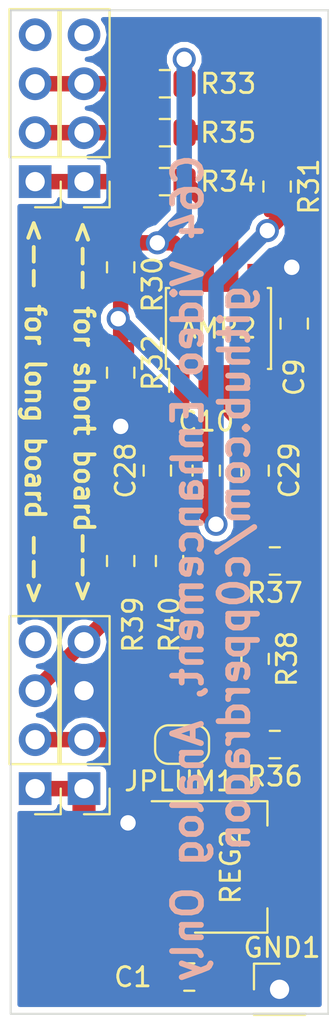
<source format=kicad_pcb>
(kicad_pcb (version 20171130) (host pcbnew "(5.0.0)")

  (general
    (thickness 1.6)
    (drawings 7)
    (tracks 97)
    (zones 0)
    (modules 24)
    (nets 23)
  )

  (page A4)
  (layers
    (0 F.Cu signal)
    (31 B.Cu signal)
    (32 B.Adhes user)
    (33 F.Adhes user)
    (34 B.Paste user)
    (35 F.Paste user)
    (36 B.SilkS user)
    (37 F.SilkS user)
    (38 B.Mask user)
    (39 F.Mask user)
    (40 Dwgs.User user)
    (41 Cmts.User user)
    (42 Eco1.User user)
    (43 Eco2.User user)
    (44 Edge.Cuts user)
    (45 Margin user)
    (46 B.CrtYd user)
    (47 F.CrtYd user)
    (48 B.Fab user)
    (49 F.Fab user)
  )

  (setup
    (last_trace_width 0.25)
    (user_trace_width 0.5)
    (user_trace_width 0.8)
    (user_trace_width 1.2)
    (trace_clearance 0.2)
    (zone_clearance 0.3)
    (zone_45_only no)
    (trace_min 0.2)
    (segment_width 0.2)
    (edge_width 0.1)
    (via_size 0.6)
    (via_drill 0.4)
    (via_min_size 0.4)
    (via_min_drill 0.3)
    (user_via 1.2 0.8)
    (user_via 5 4)
    (uvia_size 0.3)
    (uvia_drill 0.1)
    (uvias_allowed no)
    (uvia_min_size 0.2)
    (uvia_min_drill 0.1)
    (pcb_text_width 0.3)
    (pcb_text_size 1.5 1.5)
    (mod_edge_width 0.15)
    (mod_text_size 1 1)
    (mod_text_width 0.15)
    (pad_size 1.5 1.5)
    (pad_drill 0.6)
    (pad_to_mask_clearance 0)
    (aux_axis_origin 0 0)
    (visible_elements 7FFDFFFF)
    (pcbplotparams
      (layerselection 0x010f0_ffffffff)
      (usegerberextensions false)
      (usegerberattributes false)
      (usegerberadvancedattributes false)
      (creategerberjobfile false)
      (excludeedgelayer true)
      (linewidth 0.100000)
      (plotframeref false)
      (viasonmask false)
      (mode 1)
      (useauxorigin false)
      (hpglpennumber 1)
      (hpglpenspeed 20)
      (hpglpendiameter 15.000000)
      (psnegative false)
      (psa4output false)
      (plotreference true)
      (plotvalue true)
      (plotinvisibletext false)
      (padsonsilk false)
      (subtractmaskfromsilk false)
      (outputformat 1)
      (mirror false)
      (drillshape 0)
      (scaleselection 1)
      (outputdirectory "gerber/"))
  )

  (net 0 "")
  (net 1 "Net-(AMP2-Pad1)")
  (net 2 "Net-(AMP2-Pad2)")
  (net 3 "Net-(AMP2-Pad3)")
  (net 4 /3V3X)
  (net 5 "Net-(AMP2-Pad8)")
  (net 6 "Net-(AMP2-Pad7)")
  (net 7 "Net-(AMP2-Pad6)")
  (net 8 +12V)
  (net 9 "Net-(C10-Pad2)")
  (net 10 "Net-(C28-Pad1)")
  (net 11 "Net-(C29-Pad1)")
  (net 12 /CHROMA_OUT)
  (net 13 /COMPOSITE_OUT)
  (net 14 /LUMA_OUT)
  (net 15 /LUMA_IN)
  (net 16 "Net-(REG2-Pad2)")
  (net 17 /CARRIER_SELECTOR)
  (net 18 /CHROMA_IN)
  (net 19 /AUDIO_IN)
  (net 20 GNDA)
  (net 21 "Net-(JPLUM1-Pad1)")
  (net 22 "Net-(RFCONC1-Pad4)")

  (net_class Default "Dies ist die voreingestellte Netzklasse."
    (clearance 0.2)
    (trace_width 0.25)
    (via_dia 0.6)
    (via_drill 0.4)
    (uvia_dia 0.3)
    (uvia_drill 0.1)
    (add_net /AUDIO_IN)
    (add_net /CARRIER_SELECTOR)
    (add_net /CHROMA_IN)
    (add_net /CHROMA_OUT)
    (add_net /COMPOSITE_OUT)
    (add_net /LUMA_IN)
    (add_net /LUMA_OUT)
    (add_net GNDA)
    (add_net "Net-(AMP2-Pad1)")
    (add_net "Net-(AMP2-Pad2)")
    (add_net "Net-(AMP2-Pad3)")
    (add_net "Net-(AMP2-Pad6)")
    (add_net "Net-(AMP2-Pad7)")
    (add_net "Net-(AMP2-Pad8)")
    (add_net "Net-(C10-Pad2)")
    (add_net "Net-(C28-Pad1)")
    (add_net "Net-(C29-Pad1)")
    (add_net "Net-(JPLUM1-Pad1)")
    (add_net "Net-(REG2-Pad2)")
    (add_net "Net-(RFCONC1-Pad4)")
  )

  (net_class power ""
    (clearance 0.2)
    (trace_width 0.5)
    (via_dia 1.2)
    (via_drill 0.8)
    (uvia_dia 0.3)
    (uvia_drill 0.1)
    (add_net +12V)
    (add_net /3V3X)
  )

  (module Connector_PinHeader_2.54mm:PinHeader_1x04_P2.54mm_Vertical (layer F.Cu) (tedit 5DF0031D) (tstamp 5DF006C8)
    (at 105.41 71.12 180)
    (descr "Through hole straight pin header, 1x04, 2.54mm pitch, single row")
    (tags "Through hole pin header THT 1x04 2.54mm single row")
    (path /5C407F29)
    (fp_text reference RFCON1 (at 4.064 4.572 270) (layer F.SilkS) hide
      (effects (font (size 1 1) (thickness 0.15)))
    )
    (fp_text value Conn_01x04 (at 0 9.95 180) (layer F.Fab)
      (effects (font (size 1 1) (thickness 0.15)))
    )
    (fp_text user %R (at 4.064 4.572 270) (layer F.Fab) hide
      (effects (font (size 1 1) (thickness 0.15)))
    )
    (fp_line (start 1.8 -1.8) (end -1.8 -1.8) (layer F.CrtYd) (width 0.05))
    (fp_line (start 1.8 9.4) (end 1.8 -1.8) (layer F.CrtYd) (width 0.05))
    (fp_line (start -1.8 9.4) (end 1.8 9.4) (layer F.CrtYd) (width 0.05))
    (fp_line (start -1.8 -1.8) (end -1.8 9.4) (layer F.CrtYd) (width 0.05))
    (fp_line (start -1.33 -1.33) (end 0 -1.33) (layer F.SilkS) (width 0.12))
    (fp_line (start -1.33 0) (end -1.33 -1.33) (layer F.SilkS) (width 0.12))
    (fp_line (start -1.33 1.27) (end 1.33 1.27) (layer F.SilkS) (width 0.12))
    (fp_line (start 1.33 1.27) (end 1.33 8.95) (layer F.SilkS) (width 0.12))
    (fp_line (start -1.33 1.27) (end -1.33 8.95) (layer F.SilkS) (width 0.12))
    (fp_line (start -1.33 8.95) (end 1.33 8.95) (layer F.SilkS) (width 0.12))
    (fp_line (start -1.27 -0.635) (end -0.635 -1.27) (layer F.Fab) (width 0.1))
    (fp_line (start -1.27 8.89) (end -1.27 -0.635) (layer F.Fab) (width 0.1))
    (fp_line (start 1.27 8.89) (end -1.27 8.89) (layer F.Fab) (width 0.1))
    (fp_line (start 1.27 -1.27) (end 1.27 8.89) (layer F.Fab) (width 0.1))
    (fp_line (start -0.635 -1.27) (end 1.27 -1.27) (layer F.Fab) (width 0.1))
    (pad 4 thru_hole oval (at 0 7.62 180) (size 1.7 1.7) (drill 1) (layers *.Cu *.Mask)
      (net 17 /CARRIER_SELECTOR))
    (pad 3 thru_hole oval (at 0 5.08 180) (size 1.7 1.7) (drill 1) (layers *.Cu *.Mask)
      (net 12 /CHROMA_OUT))
    (pad 2 thru_hole oval (at 0 2.54 180) (size 1.7 1.7) (drill 1) (layers *.Cu *.Mask)
      (net 14 /LUMA_OUT))
    (pad 1 thru_hole rect (at 0 0 180) (size 1.7 1.7) (drill 1) (layers *.Cu *.Mask)
      (net 13 /COMPOSITE_OUT))
  )

  (module Connector_PinHeader_2.54mm:PinHeader_1x04_P2.54mm_Vertical (layer F.Cu) (tedit 5DF0032B) (tstamp 5C25D9D2)
    (at 105.41 102.616 180)
    (descr "Through hole straight pin header, 1x04, 2.54mm pitch, single row")
    (tags "Through hole pin header THT 1x04 2.54mm single row")
    (path /5C4081E0)
    (fp_text reference RFCON2 (at 3.81 4.826 270) (layer F.SilkS) hide
      (effects (font (size 1 1) (thickness 0.15)))
    )
    (fp_text value Conn_01x04 (at 0 9.95 180) (layer F.Fab)
      (effects (font (size 1 1) (thickness 0.15)))
    )
    (fp_line (start -0.635 -1.27) (end 1.27 -1.27) (layer F.Fab) (width 0.1))
    (fp_line (start 1.27 -1.27) (end 1.27 8.89) (layer F.Fab) (width 0.1))
    (fp_line (start 1.27 8.89) (end -1.27 8.89) (layer F.Fab) (width 0.1))
    (fp_line (start -1.27 8.89) (end -1.27 -0.635) (layer F.Fab) (width 0.1))
    (fp_line (start -1.27 -0.635) (end -0.635 -1.27) (layer F.Fab) (width 0.1))
    (fp_line (start -1.33 8.95) (end 1.33 8.95) (layer F.SilkS) (width 0.12))
    (fp_line (start -1.33 1.27) (end -1.33 8.95) (layer F.SilkS) (width 0.12))
    (fp_line (start 1.33 1.27) (end 1.33 8.95) (layer F.SilkS) (width 0.12))
    (fp_line (start -1.33 1.27) (end 1.33 1.27) (layer F.SilkS) (width 0.12))
    (fp_line (start -1.33 0) (end -1.33 -1.33) (layer F.SilkS) (width 0.12))
    (fp_line (start -1.33 -1.33) (end 0 -1.33) (layer F.SilkS) (width 0.12))
    (fp_line (start -1.8 -1.8) (end -1.8 9.4) (layer F.CrtYd) (width 0.05))
    (fp_line (start -1.8 9.4) (end 1.8 9.4) (layer F.CrtYd) (width 0.05))
    (fp_line (start 1.8 9.4) (end 1.8 -1.8) (layer F.CrtYd) (width 0.05))
    (fp_line (start 1.8 -1.8) (end -1.8 -1.8) (layer F.CrtYd) (width 0.05))
    (fp_text user %R (at 3.81 4.826 270) (layer F.Fab) hide
      (effects (font (size 1 1) (thickness 0.15)))
    )
    (pad 1 thru_hole rect (at 0 0 180) (size 1.7 1.7) (drill 1) (layers *.Cu *.Mask)
      (net 8 +12V))
    (pad 2 thru_hole oval (at 0 2.54 180) (size 1.7 1.7) (drill 1) (layers *.Cu *.Mask)
      (net 15 /LUMA_IN))
    (pad 3 thru_hole oval (at 0 5.08 180) (size 1.7 1.7) (drill 1) (layers *.Cu *.Mask)
      (net 18 /CHROMA_IN))
    (pad 4 thru_hole oval (at 0 7.62 180) (size 1.7 1.7) (drill 1) (layers *.Cu *.Mask)
      (net 19 /AUDIO_IN))
  )

  (module Connector_PinHeader_2.54mm:PinHeader_1x04_P2.54mm_Vertical (layer F.Cu) (tedit 5DF0030D) (tstamp 5C22A92F)
    (at 107.95 71.12 180)
    (descr "Through hole straight pin header, 1x04, 2.54mm pitch, single row")
    (tags "Through hole pin header THT 1x04 2.54mm single row")
    (path /5C1AE2CA)
    (fp_text reference RFCONC1 (at 5.08 4.572 270) (layer F.SilkS) hide
      (effects (font (size 1 1) (thickness 0.15)))
    )
    (fp_text value Conn_01x04 (at 0 9.95 180) (layer F.Fab)
      (effects (font (size 1 1) (thickness 0.15)))
    )
    (fp_line (start -0.635 -1.27) (end 1.27 -1.27) (layer F.Fab) (width 0.1))
    (fp_line (start 1.27 -1.27) (end 1.27 8.89) (layer F.Fab) (width 0.1))
    (fp_line (start 1.27 8.89) (end -1.27 8.89) (layer F.Fab) (width 0.1))
    (fp_line (start -1.27 8.89) (end -1.27 -0.635) (layer F.Fab) (width 0.1))
    (fp_line (start -1.27 -0.635) (end -0.635 -1.27) (layer F.Fab) (width 0.1))
    (fp_line (start -1.33 8.95) (end 1.33 8.95) (layer F.SilkS) (width 0.12))
    (fp_line (start -1.33 1.27) (end -1.33 8.95) (layer F.SilkS) (width 0.12))
    (fp_line (start 1.33 1.27) (end 1.33 8.95) (layer F.SilkS) (width 0.12))
    (fp_line (start -1.33 1.27) (end 1.33 1.27) (layer F.SilkS) (width 0.12))
    (fp_line (start -1.33 0) (end -1.33 -1.33) (layer F.SilkS) (width 0.12))
    (fp_line (start -1.33 -1.33) (end 0 -1.33) (layer F.SilkS) (width 0.12))
    (fp_line (start -1.8 -1.8) (end -1.8 9.4) (layer F.CrtYd) (width 0.05))
    (fp_line (start -1.8 9.4) (end 1.8 9.4) (layer F.CrtYd) (width 0.05))
    (fp_line (start 1.8 9.4) (end 1.8 -1.8) (layer F.CrtYd) (width 0.05))
    (fp_line (start 1.8 -1.8) (end -1.8 -1.8) (layer F.CrtYd) (width 0.05))
    (fp_text user %R (at 5.08 4.572 270) (layer F.Fab) hide
      (effects (font (size 1 1) (thickness 0.15)))
    )
    (pad 1 thru_hole rect (at 0 0 180) (size 1.7 1.7) (drill 1) (layers *.Cu *.Mask)
      (net 13 /COMPOSITE_OUT))
    (pad 2 thru_hole oval (at 0 2.54 180) (size 1.7 1.7) (drill 1) (layers *.Cu *.Mask)
      (net 14 /LUMA_OUT))
    (pad 3 thru_hole oval (at 0 5.08 180) (size 1.7 1.7) (drill 1) (layers *.Cu *.Mask)
      (net 12 /CHROMA_OUT))
    (pad 4 thru_hole oval (at 0 7.62 180) (size 1.7 1.7) (drill 1) (layers *.Cu *.Mask)
      (net 22 "Net-(RFCONC1-Pad4)"))
  )

  (module Connector_PinHeader_2.54mm:PinHeader_1x04_P2.54mm_Vertical (layer F.Cu) (tedit 5DF00337) (tstamp 5C40FF98)
    (at 107.95 102.616 180)
    (descr "Through hole straight pin header, 1x04, 2.54mm pitch, single row")
    (tags "Through hole pin header THT 1x04 2.54mm single row")
    (path /5C1AE72D)
    (fp_text reference RFCONC2 (at 5.08 4.572 270) (layer F.SilkS) hide
      (effects (font (size 1 1) (thickness 0.15)))
    )
    (fp_text value Conn_01x04 (at 0 9.95 180) (layer F.Fab)
      (effects (font (size 1 1) (thickness 0.15)))
    )
    (fp_text user %R (at 5.08 4.572 270) (layer F.Fab) hide
      (effects (font (size 1 1) (thickness 0.15)))
    )
    (fp_line (start 1.8 -1.8) (end -1.8 -1.8) (layer F.CrtYd) (width 0.05))
    (fp_line (start 1.8 9.4) (end 1.8 -1.8) (layer F.CrtYd) (width 0.05))
    (fp_line (start -1.8 9.4) (end 1.8 9.4) (layer F.CrtYd) (width 0.05))
    (fp_line (start -1.8 -1.8) (end -1.8 9.4) (layer F.CrtYd) (width 0.05))
    (fp_line (start -1.33 -1.33) (end 0 -1.33) (layer F.SilkS) (width 0.12))
    (fp_line (start -1.33 0) (end -1.33 -1.33) (layer F.SilkS) (width 0.12))
    (fp_line (start -1.33 1.27) (end 1.33 1.27) (layer F.SilkS) (width 0.12))
    (fp_line (start 1.33 1.27) (end 1.33 8.95) (layer F.SilkS) (width 0.12))
    (fp_line (start -1.33 1.27) (end -1.33 8.95) (layer F.SilkS) (width 0.12))
    (fp_line (start -1.33 8.95) (end 1.33 8.95) (layer F.SilkS) (width 0.12))
    (fp_line (start -1.27 -0.635) (end -0.635 -1.27) (layer F.Fab) (width 0.1))
    (fp_line (start -1.27 8.89) (end -1.27 -0.635) (layer F.Fab) (width 0.1))
    (fp_line (start 1.27 8.89) (end -1.27 8.89) (layer F.Fab) (width 0.1))
    (fp_line (start 1.27 -1.27) (end 1.27 8.89) (layer F.Fab) (width 0.1))
    (fp_line (start -0.635 -1.27) (end 1.27 -1.27) (layer F.Fab) (width 0.1))
    (pad 4 thru_hole oval (at 0 7.62 180) (size 1.7 1.7) (drill 1) (layers *.Cu *.Mask)
      (net 18 /CHROMA_IN))
    (pad 3 thru_hole oval (at 0 5.08 180) (size 1.7 1.7) (drill 1) (layers *.Cu *.Mask)
      (net 20 GNDA))
    (pad 2 thru_hole oval (at 0 2.54 180) (size 1.7 1.7) (drill 1) (layers *.Cu *.Mask)
      (net 15 /LUMA_IN))
    (pad 1 thru_hole rect (at 0 0 180) (size 1.7 1.7) (drill 1) (layers *.Cu *.Mask)
      (net 8 +12V))
  )

  (module Connector_PinHeader_2.54mm:PinHeader_1x01_P2.54mm_Vertical (layer F.Cu) (tedit 5DF0035C) (tstamp 5C91EE7A)
    (at 118.11 113.03)
    (descr "Through hole straight pin header, 1x01, 2.54mm pitch, single row")
    (tags "Through hole pin header THT 1x01 2.54mm single row")
    (path /5D74CD8A)
    (fp_text reference GND1 (at 0.127 -2.159) (layer F.SilkS)
      (effects (font (size 1 1) (thickness 0.15)))
    )
    (fp_text value Conn_01x01 (at 0 2.33) (layer F.Fab)
      (effects (font (size 1 1) (thickness 0.15)))
    )
    (fp_line (start -0.635 -1.27) (end 1.27 -1.27) (layer F.Fab) (width 0.1))
    (fp_line (start 1.27 -1.27) (end 1.27 1.27) (layer F.Fab) (width 0.1))
    (fp_line (start 1.27 1.27) (end -1.27 1.27) (layer F.Fab) (width 0.1))
    (fp_line (start -1.27 1.27) (end -1.27 -0.635) (layer F.Fab) (width 0.1))
    (fp_line (start -1.27 -0.635) (end -0.635 -1.27) (layer F.Fab) (width 0.1))
    (fp_line (start -1.33 1.33) (end 1.33 1.33) (layer F.SilkS) (width 0.12))
    (fp_line (start -1.33 1.27) (end -1.33 1.33) (layer F.SilkS) (width 0.12))
    (fp_line (start 1.33 1.27) (end 1.33 1.33) (layer F.SilkS) (width 0.12))
    (fp_line (start -1.33 1.27) (end 1.33 1.27) (layer F.SilkS) (width 0.12))
    (fp_line (start -1.33 0) (end -1.33 -1.33) (layer F.SilkS) (width 0.12))
    (fp_line (start -1.33 -1.33) (end 0 -1.33) (layer F.SilkS) (width 0.12))
    (fp_line (start -1.8 -1.8) (end -1.8 1.8) (layer F.CrtYd) (width 0.05))
    (fp_line (start -1.8 1.8) (end 1.8 1.8) (layer F.CrtYd) (width 0.05))
    (fp_line (start 1.8 1.8) (end 1.8 -1.8) (layer F.CrtYd) (width 0.05))
    (fp_line (start 1.8 -1.8) (end -1.8 -1.8) (layer F.CrtYd) (width 0.05))
    (fp_text user %R (at 0 0 90) (layer F.Fab) hide
      (effects (font (size 1 1) (thickness 0.15)))
    )
    (pad 1 thru_hole rect (at 0 0) (size 1.7 1.7) (drill 1) (layers *.Cu *.Mask)
      (net 20 GNDA))
  )

  (module Package_SO:SSOP-8_3.95x5.21x3.27mm_P1.27mm (layer F.Cu) (tedit 5A8B0651) (tstamp 5DFB07F7)
    (at 114.935 78.74 90)
    (descr "SSOP-8 3.95x5.21x3.27mm Pitch 1.27mm")
    (tags "SSOP-8 3.95x5.21x3.27mm 1.27mm")
    (path /5CA1C516)
    (attr smd)
    (fp_text reference AMP2 (at 0 0 180) (layer F.SilkS)
      (effects (font (size 1 1) (thickness 0.15)))
    )
    (fp_text value THS7316 (at 0 3.75 90) (layer F.Fab)
      (effects (font (size 1 1) (thickness 0.15)))
    )
    (fp_text user %R (at 0 0 90) (layer F.Fab)
      (effects (font (size 0.6 0.6) (thickness 0.15)))
    )
    (fp_line (start 1.975 -2.605) (end 1.975 2.605) (layer F.Fab) (width 0.1))
    (fp_line (start 1.975 2.605) (end -1.975 2.605) (layer F.Fab) (width 0.1))
    (fp_line (start -1.975 2.605) (end -1.975 -1.605) (layer F.Fab) (width 0.1))
    (fp_line (start -0.975 -2.605) (end 1.975 -2.605) (layer F.Fab) (width 0.1))
    (fp_line (start -0.975 -2.605) (end -1.975 -1.605) (layer F.Fab) (width 0.1))
    (fp_line (start 2.1 -2.73) (end -2.1 -2.73) (layer F.SilkS) (width 0.12))
    (fp_line (start 2.1 2.73) (end -2.1 2.73) (layer F.SilkS) (width 0.12))
    (fp_line (start 2.23 2.86) (end -2.23 2.86) (layer F.CrtYd) (width 0.05))
    (fp_line (start -2.23 -2.56) (end -2.23 -2.86) (layer F.CrtYd) (width 0.05))
    (fp_line (start -2.23 -2.86) (end 2.23 -2.86) (layer F.CrtYd) (width 0.05))
    (fp_line (start -3.6 2.56) (end -3.6 -2.56) (layer F.CrtYd) (width 0.05))
    (fp_line (start 3.6 2.56) (end 3.6 -2.56) (layer F.CrtYd) (width 0.05))
    (fp_line (start -3.6 -2.56) (end -2.23 -2.56) (layer F.CrtYd) (width 0.05))
    (fp_line (start 2.23 -2.56) (end 3.6 -2.56) (layer F.CrtYd) (width 0.05))
    (fp_line (start 2.23 2.56) (end 3.6 2.56) (layer F.CrtYd) (width 0.05))
    (fp_line (start -3.6 2.56) (end -2.23 2.56) (layer F.CrtYd) (width 0.05))
    (fp_line (start -2.23 2.86) (end -2.23 2.56) (layer F.CrtYd) (width 0.05))
    (fp_line (start 2.23 2.86) (end 2.23 2.56) (layer F.CrtYd) (width 0.05))
    (fp_line (start 2.23 -2.55) (end 2.23 -2.85) (layer F.CrtYd) (width 0.05))
    (fp_line (start 2.1 2.56) (end 2.1 2.73) (layer F.SilkS) (width 0.12))
    (fp_line (start -2.1 2.57) (end -2.1 2.74) (layer F.SilkS) (width 0.12))
    (fp_line (start 2.1 -2.73) (end 2.1 -2.56) (layer F.SilkS) (width 0.12))
    (fp_line (start -2.1 -2.73) (end -2.1 -2.56) (layer F.SilkS) (width 0.12))
    (fp_line (start -2.1 -2.56) (end -3.29 -2.56) (layer F.SilkS) (width 0.12))
    (pad 5 smd rect (at 2.625 1.905 90) (size 1.45 0.8) (layers F.Cu F.Paste F.Mask)
      (net 20 GNDA))
    (pad 6 smd rect (at 2.625 0.635 90) (size 1.45 0.8) (layers F.Cu F.Paste F.Mask)
      (net 7 "Net-(AMP2-Pad6)"))
    (pad 7 smd rect (at 2.625 -0.635 90) (size 1.45 0.8) (layers F.Cu F.Paste F.Mask)
      (net 6 "Net-(AMP2-Pad7)"))
    (pad 8 smd rect (at 2.625 -1.905 90) (size 1.45 0.8) (layers F.Cu F.Paste F.Mask)
      (net 5 "Net-(AMP2-Pad8)"))
    (pad 4 smd rect (at -2.625 1.905 90) (size 1.45 0.8) (layers F.Cu F.Paste F.Mask)
      (net 4 /3V3X))
    (pad 3 smd rect (at -2.625 0.635 90) (size 1.45 0.8) (layers F.Cu F.Paste F.Mask)
      (net 3 "Net-(AMP2-Pad3)"))
    (pad 2 smd rect (at -2.625 -0.635 90) (size 1.45 0.8) (layers F.Cu F.Paste F.Mask)
      (net 2 "Net-(AMP2-Pad2)"))
    (pad 1 smd rect (at -2.625 -1.905 90) (size 1.45 0.8) (layers F.Cu F.Paste F.Mask)
      (net 1 "Net-(AMP2-Pad1)"))
    (model ${KISYS3DMOD}/Package_SO.3dshapes/SSOP-8_3.95x5.21x3.27mm_P1.27mm.wrl
      (at (xyz 0 0 0))
      (scale (xyz 1 1 1))
      (rotate (xyz 0 0 0))
    )
  )

  (module Capacitor_SMD:C_0805_2012Metric_Pad1.15x1.40mm_HandSolder (layer F.Cu) (tedit 5B36C52B) (tstamp 5DFB0808)
    (at 113.42 112.395 180)
    (descr "Capacitor SMD 0805 (2012 Metric), square (rectangular) end terminal, IPC_7351 nominal with elongated pad for handsoldering. (Body size source: https://docs.google.com/spreadsheets/d/1BsfQQcO9C6DZCsRaXUlFlo91Tg2WpOkGARC1WS5S8t0/edit?usp=sharing), generated with kicad-footprint-generator")
    (tags "capacitor handsolder")
    (path /59EAD4BF)
    (attr smd)
    (fp_text reference C1 (at 2.93 0 180) (layer F.SilkS)
      (effects (font (size 1 1) (thickness 0.15)))
    )
    (fp_text value 10uF (at 0 1.65 180) (layer F.Fab)
      (effects (font (size 1 1) (thickness 0.15)))
    )
    (fp_line (start -1 0.6) (end -1 -0.6) (layer F.Fab) (width 0.1))
    (fp_line (start -1 -0.6) (end 1 -0.6) (layer F.Fab) (width 0.1))
    (fp_line (start 1 -0.6) (end 1 0.6) (layer F.Fab) (width 0.1))
    (fp_line (start 1 0.6) (end -1 0.6) (layer F.Fab) (width 0.1))
    (fp_line (start -0.261252 -0.71) (end 0.261252 -0.71) (layer F.SilkS) (width 0.12))
    (fp_line (start -0.261252 0.71) (end 0.261252 0.71) (layer F.SilkS) (width 0.12))
    (fp_line (start -1.85 0.95) (end -1.85 -0.95) (layer F.CrtYd) (width 0.05))
    (fp_line (start -1.85 -0.95) (end 1.85 -0.95) (layer F.CrtYd) (width 0.05))
    (fp_line (start 1.85 -0.95) (end 1.85 0.95) (layer F.CrtYd) (width 0.05))
    (fp_line (start 1.85 0.95) (end -1.85 0.95) (layer F.CrtYd) (width 0.05))
    (fp_text user %R (at 0 0 180) (layer F.Fab)
      (effects (font (size 0.5 0.5) (thickness 0.08)))
    )
    (pad 1 smd roundrect (at -1.025 0 180) (size 1.15 1.4) (layers F.Cu F.Paste F.Mask) (roundrect_rratio 0.217391)
      (net 20 GNDA))
    (pad 2 smd roundrect (at 1.025 0 180) (size 1.15 1.4) (layers F.Cu F.Paste F.Mask) (roundrect_rratio 0.217391)
      (net 8 +12V))
    (model ${KISYS3DMOD}/Capacitor_SMD.3dshapes/C_0805_2012Metric.wrl
      (at (xyz 0 0 0))
      (scale (xyz 1 1 1))
      (rotate (xyz 0 0 0))
    )
  )

  (module Capacitor_SMD:C_0805_2012Metric_Pad1.15x1.40mm_HandSolder (layer F.Cu) (tedit 5B36C52B) (tstamp 5DFB0819)
    (at 118.872 78.486 90)
    (descr "Capacitor SMD 0805 (2012 Metric), square (rectangular) end terminal, IPC_7351 nominal with elongated pad for handsoldering. (Body size source: https://docs.google.com/spreadsheets/d/1BsfQQcO9C6DZCsRaXUlFlo91Tg2WpOkGARC1WS5S8t0/edit?usp=sharing), generated with kicad-footprint-generator")
    (tags "capacitor handsolder")
    (path /5C96DDD2)
    (attr smd)
    (fp_text reference C9 (at -2.785 0 90) (layer F.SilkS)
      (effects (font (size 1 1) (thickness 0.15)))
    )
    (fp_text value 10uF (at 0 1.65 90) (layer F.Fab)
      (effects (font (size 1 1) (thickness 0.15)))
    )
    (fp_line (start -1 0.6) (end -1 -0.6) (layer F.Fab) (width 0.1))
    (fp_line (start -1 -0.6) (end 1 -0.6) (layer F.Fab) (width 0.1))
    (fp_line (start 1 -0.6) (end 1 0.6) (layer F.Fab) (width 0.1))
    (fp_line (start 1 0.6) (end -1 0.6) (layer F.Fab) (width 0.1))
    (fp_line (start -0.261252 -0.71) (end 0.261252 -0.71) (layer F.SilkS) (width 0.12))
    (fp_line (start -0.261252 0.71) (end 0.261252 0.71) (layer F.SilkS) (width 0.12))
    (fp_line (start -1.85 0.95) (end -1.85 -0.95) (layer F.CrtYd) (width 0.05))
    (fp_line (start -1.85 -0.95) (end 1.85 -0.95) (layer F.CrtYd) (width 0.05))
    (fp_line (start 1.85 -0.95) (end 1.85 0.95) (layer F.CrtYd) (width 0.05))
    (fp_line (start 1.85 0.95) (end -1.85 0.95) (layer F.CrtYd) (width 0.05))
    (fp_text user %R (at 0 0 90) (layer F.Fab)
      (effects (font (size 0.5 0.5) (thickness 0.08)))
    )
    (pad 1 smd roundrect (at -1.025 0 90) (size 1.15 1.4) (layers F.Cu F.Paste F.Mask) (roundrect_rratio 0.217391)
      (net 4 /3V3X))
    (pad 2 smd roundrect (at 1.025 0 90) (size 1.15 1.4) (layers F.Cu F.Paste F.Mask) (roundrect_rratio 0.217391)
      (net 20 GNDA))
    (model ${KISYS3DMOD}/Capacitor_SMD.3dshapes/C_0805_2012Metric.wrl
      (at (xyz 0 0 0))
      (scale (xyz 1 1 1))
      (rotate (xyz 0 0 0))
    )
  )

  (module Capacitor_SMD:C_0805_2012Metric_Pad1.15x1.40mm_HandSolder (layer F.Cu) (tedit 5B36C52B) (tstamp 5DFB082A)
    (at 114.3 86.115 270)
    (descr "Capacitor SMD 0805 (2012 Metric), square (rectangular) end terminal, IPC_7351 nominal with elongated pad for handsoldering. (Body size source: https://docs.google.com/spreadsheets/d/1BsfQQcO9C6DZCsRaXUlFlo91Tg2WpOkGARC1WS5S8t0/edit?usp=sharing), generated with kicad-footprint-generator")
    (tags "capacitor handsolder")
    (path /5D595035)
    (attr smd)
    (fp_text reference C10 (at -2.549 0) (layer F.SilkS)
      (effects (font (size 1 1) (thickness 0.15)))
    )
    (fp_text value 100nF (at 0 1.65 270) (layer F.Fab)
      (effects (font (size 1 1) (thickness 0.15)))
    )
    (fp_text user %R (at 0 0 270) (layer F.Fab)
      (effects (font (size 0.5 0.5) (thickness 0.08)))
    )
    (fp_line (start 1.85 0.95) (end -1.85 0.95) (layer F.CrtYd) (width 0.05))
    (fp_line (start 1.85 -0.95) (end 1.85 0.95) (layer F.CrtYd) (width 0.05))
    (fp_line (start -1.85 -0.95) (end 1.85 -0.95) (layer F.CrtYd) (width 0.05))
    (fp_line (start -1.85 0.95) (end -1.85 -0.95) (layer F.CrtYd) (width 0.05))
    (fp_line (start -0.261252 0.71) (end 0.261252 0.71) (layer F.SilkS) (width 0.12))
    (fp_line (start -0.261252 -0.71) (end 0.261252 -0.71) (layer F.SilkS) (width 0.12))
    (fp_line (start 1 0.6) (end -1 0.6) (layer F.Fab) (width 0.1))
    (fp_line (start 1 -0.6) (end 1 0.6) (layer F.Fab) (width 0.1))
    (fp_line (start -1 -0.6) (end 1 -0.6) (layer F.Fab) (width 0.1))
    (fp_line (start -1 0.6) (end -1 -0.6) (layer F.Fab) (width 0.1))
    (pad 2 smd roundrect (at 1.025 0 270) (size 1.15 1.4) (layers F.Cu F.Paste F.Mask) (roundrect_rratio 0.217391)
      (net 9 "Net-(C10-Pad2)"))
    (pad 1 smd roundrect (at -1.025 0 270) (size 1.15 1.4) (layers F.Cu F.Paste F.Mask) (roundrect_rratio 0.217391)
      (net 2 "Net-(AMP2-Pad2)"))
    (model ${KISYS3DMOD}/Capacitor_SMD.3dshapes/C_0805_2012Metric.wrl
      (at (xyz 0 0 0))
      (scale (xyz 1 1 1))
      (rotate (xyz 0 0 0))
    )
  )

  (module Capacitor_SMD:C_0805_2012Metric_Pad1.15x1.40mm_HandSolder (layer F.Cu) (tedit 5B36C52B) (tstamp 5E9DCE47)
    (at 111.76 86.115 90)
    (descr "Capacitor SMD 0805 (2012 Metric), square (rectangular) end terminal, IPC_7351 nominal with elongated pad for handsoldering. (Body size source: https://docs.google.com/spreadsheets/d/1BsfQQcO9C6DZCsRaXUlFlo91Tg2WpOkGARC1WS5S8t0/edit?usp=sharing), generated with kicad-footprint-generator")
    (tags "capacitor handsolder")
    (path /5CF88DED)
    (attr smd)
    (fp_text reference C28 (at 0 -1.65 90) (layer F.SilkS)
      (effects (font (size 1 1) (thickness 0.15)))
    )
    (fp_text value 100nF (at 0 1.65 90) (layer F.Fab)
      (effects (font (size 1 1) (thickness 0.15)))
    )
    (fp_line (start -1 0.6) (end -1 -0.6) (layer F.Fab) (width 0.1))
    (fp_line (start -1 -0.6) (end 1 -0.6) (layer F.Fab) (width 0.1))
    (fp_line (start 1 -0.6) (end 1 0.6) (layer F.Fab) (width 0.1))
    (fp_line (start 1 0.6) (end -1 0.6) (layer F.Fab) (width 0.1))
    (fp_line (start -0.261252 -0.71) (end 0.261252 -0.71) (layer F.SilkS) (width 0.12))
    (fp_line (start -0.261252 0.71) (end 0.261252 0.71) (layer F.SilkS) (width 0.12))
    (fp_line (start -1.85 0.95) (end -1.85 -0.95) (layer F.CrtYd) (width 0.05))
    (fp_line (start -1.85 -0.95) (end 1.85 -0.95) (layer F.CrtYd) (width 0.05))
    (fp_line (start 1.85 -0.95) (end 1.85 0.95) (layer F.CrtYd) (width 0.05))
    (fp_line (start 1.85 0.95) (end -1.85 0.95) (layer F.CrtYd) (width 0.05))
    (fp_text user %R (at 0 0 90) (layer F.Fab)
      (effects (font (size 0.5 0.5) (thickness 0.08)))
    )
    (pad 1 smd roundrect (at -1.025 0 90) (size 1.15 1.4) (layers F.Cu F.Paste F.Mask) (roundrect_rratio 0.217391)
      (net 10 "Net-(C28-Pad1)"))
    (pad 2 smd roundrect (at 1.025 0 90) (size 1.15 1.4) (layers F.Cu F.Paste F.Mask) (roundrect_rratio 0.217391)
      (net 1 "Net-(AMP2-Pad1)"))
    (model ${KISYS3DMOD}/Capacitor_SMD.3dshapes/C_0805_2012Metric.wrl
      (at (xyz 0 0 0))
      (scale (xyz 1 1 1))
      (rotate (xyz 0 0 0))
    )
  )

  (module Capacitor_SMD:C_0805_2012Metric_Pad1.15x1.40mm_HandSolder (layer F.Cu) (tedit 5B36C52B) (tstamp 5DFB084C)
    (at 116.84 86.115 90)
    (descr "Capacitor SMD 0805 (2012 Metric), square (rectangular) end terminal, IPC_7351 nominal with elongated pad for handsoldering. (Body size source: https://docs.google.com/spreadsheets/d/1BsfQQcO9C6DZCsRaXUlFlo91Tg2WpOkGARC1WS5S8t0/edit?usp=sharing), generated with kicad-footprint-generator")
    (tags "capacitor handsolder")
    (path /5CE51EA2)
    (attr smd)
    (fp_text reference C29 (at 0.009 1.778 270) (layer F.SilkS)
      (effects (font (size 1 1) (thickness 0.15)))
    )
    (fp_text value 100nF (at 0 1.65 90) (layer F.Fab)
      (effects (font (size 1 1) (thickness 0.15)))
    )
    (fp_text user %R (at 0 0 90) (layer F.Fab)
      (effects (font (size 0.5 0.5) (thickness 0.08)))
    )
    (fp_line (start 1.85 0.95) (end -1.85 0.95) (layer F.CrtYd) (width 0.05))
    (fp_line (start 1.85 -0.95) (end 1.85 0.95) (layer F.CrtYd) (width 0.05))
    (fp_line (start -1.85 -0.95) (end 1.85 -0.95) (layer F.CrtYd) (width 0.05))
    (fp_line (start -1.85 0.95) (end -1.85 -0.95) (layer F.CrtYd) (width 0.05))
    (fp_line (start -0.261252 0.71) (end 0.261252 0.71) (layer F.SilkS) (width 0.12))
    (fp_line (start -0.261252 -0.71) (end 0.261252 -0.71) (layer F.SilkS) (width 0.12))
    (fp_line (start 1 0.6) (end -1 0.6) (layer F.Fab) (width 0.1))
    (fp_line (start 1 -0.6) (end 1 0.6) (layer F.Fab) (width 0.1))
    (fp_line (start -1 -0.6) (end 1 -0.6) (layer F.Fab) (width 0.1))
    (fp_line (start -1 0.6) (end -1 -0.6) (layer F.Fab) (width 0.1))
    (pad 2 smd roundrect (at 1.025 0 90) (size 1.15 1.4) (layers F.Cu F.Paste F.Mask) (roundrect_rratio 0.217391)
      (net 3 "Net-(AMP2-Pad3)"))
    (pad 1 smd roundrect (at -1.025 0 90) (size 1.15 1.4) (layers F.Cu F.Paste F.Mask) (roundrect_rratio 0.217391)
      (net 11 "Net-(C29-Pad1)"))
    (model ${KISYS3DMOD}/Capacitor_SMD.3dshapes/C_0805_2012Metric.wrl
      (at (xyz 0 0 0))
      (scale (xyz 1 1 1))
      (rotate (xyz 0 0 0))
    )
  )

  (module Jumper:SolderJumper-2_P1.3mm_Open_RoundedPad1.0x1.5mm (layer F.Cu) (tedit 5B391E66) (tstamp 5DFB085E)
    (at 113.045 100.33 180)
    (descr "SMD Solder Jumper, 1x1.5mm, rounded Pads, 0.3mm gap, open")
    (tags "solder jumper open")
    (path /5CE223C3)
    (attr virtual)
    (fp_text reference JPLUM1 (at 0.142 -1.905 180) (layer F.SilkS)
      (effects (font (size 1 1) (thickness 0.15)))
    )
    (fp_text value Jumper_2_Open (at 0 1.9 180) (layer F.Fab)
      (effects (font (size 1 1) (thickness 0.15)))
    )
    (fp_arc (start 0.7 -0.3) (end 1.4 -0.3) (angle -90) (layer F.SilkS) (width 0.12))
    (fp_arc (start 0.7 0.3) (end 0.7 1) (angle -90) (layer F.SilkS) (width 0.12))
    (fp_arc (start -0.7 0.3) (end -1.4 0.3) (angle -90) (layer F.SilkS) (width 0.12))
    (fp_arc (start -0.7 -0.3) (end -0.7 -1) (angle -90) (layer F.SilkS) (width 0.12))
    (fp_line (start -1.4 0.3) (end -1.4 -0.3) (layer F.SilkS) (width 0.12))
    (fp_line (start 0.7 1) (end -0.7 1) (layer F.SilkS) (width 0.12))
    (fp_line (start 1.4 -0.3) (end 1.4 0.3) (layer F.SilkS) (width 0.12))
    (fp_line (start -0.7 -1) (end 0.7 -1) (layer F.SilkS) (width 0.12))
    (fp_line (start -1.65 -1.25) (end 1.65 -1.25) (layer F.CrtYd) (width 0.05))
    (fp_line (start -1.65 -1.25) (end -1.65 1.25) (layer F.CrtYd) (width 0.05))
    (fp_line (start 1.65 1.25) (end 1.65 -1.25) (layer F.CrtYd) (width 0.05))
    (fp_line (start 1.65 1.25) (end -1.65 1.25) (layer F.CrtYd) (width 0.05))
    (pad 1 smd custom (at -0.65 0 180) (size 1 0.5) (layers F.Cu F.Mask)
      (net 21 "Net-(JPLUM1-Pad1)") (zone_connect 0)
      (options (clearance outline) (anchor rect))
      (primitives
        (gr_circle (center 0 0.25) (end 0.5 0.25) (width 0))
        (gr_circle (center 0 -0.25) (end 0.5 -0.25) (width 0))
        (gr_poly (pts
           (xy 0 -0.75) (xy 0.5 -0.75) (xy 0.5 0.75) (xy 0 0.75)) (width 0))
      ))
    (pad 2 smd custom (at 0.65 0 180) (size 1 0.5) (layers F.Cu F.Mask)
      (net 15 /LUMA_IN) (zone_connect 0)
      (options (clearance outline) (anchor rect))
      (primitives
        (gr_circle (center 0 0.25) (end 0.5 0.25) (width 0))
        (gr_circle (center 0 -0.25) (end 0.5 -0.25) (width 0))
        (gr_poly (pts
           (xy 0 -0.75) (xy -0.5 -0.75) (xy -0.5 0.75) (xy 0 0.75)) (width 0))
      ))
  )

  (module Resistor_SMD:R_0805_2012Metric_Pad1.15x1.40mm_HandSolder (layer F.Cu) (tedit 5B36C52B) (tstamp 5DFB25F5)
    (at 109.855 75.565 90)
    (descr "Resistor SMD 0805 (2012 Metric), square (rectangular) end terminal, IPC_7351 nominal with elongated pad for handsoldering. (Body size source: https://docs.google.com/spreadsheets/d/1BsfQQcO9C6DZCsRaXUlFlo91Tg2WpOkGARC1WS5S8t0/edit?usp=sharing), generated with kicad-footprint-generator")
    (tags "resistor handsolder")
    (path /5D3F1107)
    (attr smd)
    (fp_text reference R30 (at -0.889 1.651 90) (layer F.SilkS)
      (effects (font (size 1 1) (thickness 0.15)))
    )
    (fp_text value 3k3 (at 0 1.65 90) (layer F.Fab)
      (effects (font (size 1 1) (thickness 0.15)))
    )
    (fp_line (start -1 0.6) (end -1 -0.6) (layer F.Fab) (width 0.1))
    (fp_line (start -1 -0.6) (end 1 -0.6) (layer F.Fab) (width 0.1))
    (fp_line (start 1 -0.6) (end 1 0.6) (layer F.Fab) (width 0.1))
    (fp_line (start 1 0.6) (end -1 0.6) (layer F.Fab) (width 0.1))
    (fp_line (start -0.261252 -0.71) (end 0.261252 -0.71) (layer F.SilkS) (width 0.12))
    (fp_line (start -0.261252 0.71) (end 0.261252 0.71) (layer F.SilkS) (width 0.12))
    (fp_line (start -1.85 0.95) (end -1.85 -0.95) (layer F.CrtYd) (width 0.05))
    (fp_line (start -1.85 -0.95) (end 1.85 -0.95) (layer F.CrtYd) (width 0.05))
    (fp_line (start 1.85 -0.95) (end 1.85 0.95) (layer F.CrtYd) (width 0.05))
    (fp_line (start 1.85 0.95) (end -1.85 0.95) (layer F.CrtYd) (width 0.05))
    (fp_text user %R (at 0 0 90) (layer F.Fab)
      (effects (font (size 0.5 0.5) (thickness 0.08)))
    )
    (pad 1 smd roundrect (at -1.025 0 90) (size 1.15 1.4) (layers F.Cu F.Paste F.Mask) (roundrect_rratio 0.217391)
      (net 9 "Net-(C10-Pad2)"))
    (pad 2 smd roundrect (at 1.025 0 90) (size 1.15 1.4) (layers F.Cu F.Paste F.Mask) (roundrect_rratio 0.217391)
      (net 5 "Net-(AMP2-Pad8)"))
    (model ${KISYS3DMOD}/Resistor_SMD.3dshapes/R_0805_2012Metric.wrl
      (at (xyz 0 0 0))
      (scale (xyz 1 1 1))
      (rotate (xyz 0 0 0))
    )
  )

  (module Resistor_SMD:R_0805_2012Metric_Pad1.15x1.40mm_HandSolder (layer F.Cu) (tedit 5B36C52B) (tstamp 5DFB0880)
    (at 117.983 71.374 270)
    (descr "Resistor SMD 0805 (2012 Metric), square (rectangular) end terminal, IPC_7351 nominal with elongated pad for handsoldering. (Body size source: https://docs.google.com/spreadsheets/d/1BsfQQcO9C6DZCsRaXUlFlo91Tg2WpOkGARC1WS5S8t0/edit?usp=sharing), generated with kicad-footprint-generator")
    (tags "resistor handsolder")
    (path /5D436015)
    (attr smd)
    (fp_text reference R31 (at 0 -1.651 270) (layer F.SilkS)
      (effects (font (size 1 1) (thickness 0.15)))
    )
    (fp_text value 1k (at 0 1.65 270) (layer F.Fab)
      (effects (font (size 1 1) (thickness 0.15)))
    )
    (fp_line (start -1 0.6) (end -1 -0.6) (layer F.Fab) (width 0.1))
    (fp_line (start -1 -0.6) (end 1 -0.6) (layer F.Fab) (width 0.1))
    (fp_line (start 1 -0.6) (end 1 0.6) (layer F.Fab) (width 0.1))
    (fp_line (start 1 0.6) (end -1 0.6) (layer F.Fab) (width 0.1))
    (fp_line (start -0.261252 -0.71) (end 0.261252 -0.71) (layer F.SilkS) (width 0.12))
    (fp_line (start -0.261252 0.71) (end 0.261252 0.71) (layer F.SilkS) (width 0.12))
    (fp_line (start -1.85 0.95) (end -1.85 -0.95) (layer F.CrtYd) (width 0.05))
    (fp_line (start -1.85 -0.95) (end 1.85 -0.95) (layer F.CrtYd) (width 0.05))
    (fp_line (start 1.85 -0.95) (end 1.85 0.95) (layer F.CrtYd) (width 0.05))
    (fp_line (start 1.85 0.95) (end -1.85 0.95) (layer F.CrtYd) (width 0.05))
    (fp_text user %R (at 0 0 270) (layer F.Fab)
      (effects (font (size 0.5 0.5) (thickness 0.08)))
    )
    (pad 1 smd roundrect (at -1.025 0 270) (size 1.15 1.4) (layers F.Cu F.Paste F.Mask) (roundrect_rratio 0.217391)
      (net 7 "Net-(AMP2-Pad6)"))
    (pad 2 smd roundrect (at 1.025 0 270) (size 1.15 1.4) (layers F.Cu F.Paste F.Mask) (roundrect_rratio 0.217391)
      (net 9 "Net-(C10-Pad2)"))
    (model ${KISYS3DMOD}/Resistor_SMD.3dshapes/R_0805_2012Metric.wrl
      (at (xyz 0 0 0))
      (scale (xyz 1 1 1))
      (rotate (xyz 0 0 0))
    )
  )

  (module Resistor_SMD:R_0805_2012Metric_Pad1.15x1.40mm_HandSolder (layer F.Cu) (tedit 5B36C52B) (tstamp 5DFB0891)
    (at 109.855 81.035 270)
    (descr "Resistor SMD 0805 (2012 Metric), square (rectangular) end terminal, IPC_7351 nominal with elongated pad for handsoldering. (Body size source: https://docs.google.com/spreadsheets/d/1BsfQQcO9C6DZCsRaXUlFlo91Tg2WpOkGARC1WS5S8t0/edit?usp=sharing), generated with kicad-footprint-generator")
    (tags "resistor handsolder")
    (path /5D4C0B97)
    (attr smd)
    (fp_text reference R32 (at -0.517 -1.651 270) (layer F.SilkS)
      (effects (font (size 1 1) (thickness 0.15)))
    )
    (fp_text value 2k2 (at 0 1.65 270) (layer F.Fab)
      (effects (font (size 1 1) (thickness 0.15)))
    )
    (fp_text user %R (at 0 0 270) (layer F.Fab)
      (effects (font (size 0.5 0.5) (thickness 0.08)))
    )
    (fp_line (start 1.85 0.95) (end -1.85 0.95) (layer F.CrtYd) (width 0.05))
    (fp_line (start 1.85 -0.95) (end 1.85 0.95) (layer F.CrtYd) (width 0.05))
    (fp_line (start -1.85 -0.95) (end 1.85 -0.95) (layer F.CrtYd) (width 0.05))
    (fp_line (start -1.85 0.95) (end -1.85 -0.95) (layer F.CrtYd) (width 0.05))
    (fp_line (start -0.261252 0.71) (end 0.261252 0.71) (layer F.SilkS) (width 0.12))
    (fp_line (start -0.261252 -0.71) (end 0.261252 -0.71) (layer F.SilkS) (width 0.12))
    (fp_line (start 1 0.6) (end -1 0.6) (layer F.Fab) (width 0.1))
    (fp_line (start 1 -0.6) (end 1 0.6) (layer F.Fab) (width 0.1))
    (fp_line (start -1 -0.6) (end 1 -0.6) (layer F.Fab) (width 0.1))
    (fp_line (start -1 0.6) (end -1 -0.6) (layer F.Fab) (width 0.1))
    (pad 2 smd roundrect (at 1.025 0 270) (size 1.15 1.4) (layers F.Cu F.Paste F.Mask) (roundrect_rratio 0.217391)
      (net 20 GNDA))
    (pad 1 smd roundrect (at -1.025 0 270) (size 1.15 1.4) (layers F.Cu F.Paste F.Mask) (roundrect_rratio 0.217391)
      (net 9 "Net-(C10-Pad2)"))
    (model ${KISYS3DMOD}/Resistor_SMD.3dshapes/R_0805_2012Metric.wrl
      (at (xyz 0 0 0))
      (scale (xyz 1 1 1))
      (rotate (xyz 0 0 0))
    )
  )

  (module Resistor_SMD:R_0805_2012Metric_Pad1.15x1.40mm_HandSolder (layer F.Cu) (tedit 5B36C52B) (tstamp 5DFB08A2)
    (at 112.15 66.04)
    (descr "Resistor SMD 0805 (2012 Metric), square (rectangular) end terminal, IPC_7351 nominal with elongated pad for handsoldering. (Body size source: https://docs.google.com/spreadsheets/d/1BsfQQcO9C6DZCsRaXUlFlo91Tg2WpOkGARC1WS5S8t0/edit?usp=sharing), generated with kicad-footprint-generator")
    (tags "resistor handsolder")
    (path /5D008ACD)
    (attr smd)
    (fp_text reference R33 (at 3.293 0) (layer F.SilkS)
      (effects (font (size 1 1) (thickness 0.15)))
    )
    (fp_text value 75 (at 0 1.65) (layer F.Fab)
      (effects (font (size 1 1) (thickness 0.15)))
    )
    (fp_text user %R (at 0 0) (layer F.Fab)
      (effects (font (size 0.5 0.5) (thickness 0.08)))
    )
    (fp_line (start 1.85 0.95) (end -1.85 0.95) (layer F.CrtYd) (width 0.05))
    (fp_line (start 1.85 -0.95) (end 1.85 0.95) (layer F.CrtYd) (width 0.05))
    (fp_line (start -1.85 -0.95) (end 1.85 -0.95) (layer F.CrtYd) (width 0.05))
    (fp_line (start -1.85 0.95) (end -1.85 -0.95) (layer F.CrtYd) (width 0.05))
    (fp_line (start -0.261252 0.71) (end 0.261252 0.71) (layer F.SilkS) (width 0.12))
    (fp_line (start -0.261252 -0.71) (end 0.261252 -0.71) (layer F.SilkS) (width 0.12))
    (fp_line (start 1 0.6) (end -1 0.6) (layer F.Fab) (width 0.1))
    (fp_line (start 1 -0.6) (end 1 0.6) (layer F.Fab) (width 0.1))
    (fp_line (start -1 -0.6) (end 1 -0.6) (layer F.Fab) (width 0.1))
    (fp_line (start -1 0.6) (end -1 -0.6) (layer F.Fab) (width 0.1))
    (pad 2 smd roundrect (at 1.025 0) (size 1.15 1.4) (layers F.Cu F.Paste F.Mask) (roundrect_rratio 0.217391)
      (net 5 "Net-(AMP2-Pad8)"))
    (pad 1 smd roundrect (at -1.025 0) (size 1.15 1.4) (layers F.Cu F.Paste F.Mask) (roundrect_rratio 0.217391)
      (net 12 /CHROMA_OUT))
    (model ${KISYS3DMOD}/Resistor_SMD.3dshapes/R_0805_2012Metric.wrl
      (at (xyz 0 0 0))
      (scale (xyz 1 1 1))
      (rotate (xyz 0 0 0))
    )
  )

  (module Resistor_SMD:R_0805_2012Metric_Pad1.15x1.40mm_HandSolder (layer F.Cu) (tedit 5B36C52B) (tstamp 5DFB08B3)
    (at 112.15 71.12 180)
    (descr "Resistor SMD 0805 (2012 Metric), square (rectangular) end terminal, IPC_7351 nominal with elongated pad for handsoldering. (Body size source: https://docs.google.com/spreadsheets/d/1BsfQQcO9C6DZCsRaXUlFlo91Tg2WpOkGARC1WS5S8t0/edit?usp=sharing), generated with kicad-footprint-generator")
    (tags "resistor handsolder")
    (path /5D0089B0)
    (attr smd)
    (fp_text reference R34 (at -3.293 0 180) (layer F.SilkS)
      (effects (font (size 1 1) (thickness 0.15)))
    )
    (fp_text value 75 (at 0 1.65 180) (layer F.Fab)
      (effects (font (size 1 1) (thickness 0.15)))
    )
    (fp_line (start -1 0.6) (end -1 -0.6) (layer F.Fab) (width 0.1))
    (fp_line (start -1 -0.6) (end 1 -0.6) (layer F.Fab) (width 0.1))
    (fp_line (start 1 -0.6) (end 1 0.6) (layer F.Fab) (width 0.1))
    (fp_line (start 1 0.6) (end -1 0.6) (layer F.Fab) (width 0.1))
    (fp_line (start -0.261252 -0.71) (end 0.261252 -0.71) (layer F.SilkS) (width 0.12))
    (fp_line (start -0.261252 0.71) (end 0.261252 0.71) (layer F.SilkS) (width 0.12))
    (fp_line (start -1.85 0.95) (end -1.85 -0.95) (layer F.CrtYd) (width 0.05))
    (fp_line (start -1.85 -0.95) (end 1.85 -0.95) (layer F.CrtYd) (width 0.05))
    (fp_line (start 1.85 -0.95) (end 1.85 0.95) (layer F.CrtYd) (width 0.05))
    (fp_line (start 1.85 0.95) (end -1.85 0.95) (layer F.CrtYd) (width 0.05))
    (fp_text user %R (at 0 0 180) (layer F.Fab)
      (effects (font (size 0.5 0.5) (thickness 0.08)))
    )
    (pad 1 smd roundrect (at -1.025 0 180) (size 1.15 1.4) (layers F.Cu F.Paste F.Mask) (roundrect_rratio 0.217391)
      (net 6 "Net-(AMP2-Pad7)"))
    (pad 2 smd roundrect (at 1.025 0 180) (size 1.15 1.4) (layers F.Cu F.Paste F.Mask) (roundrect_rratio 0.217391)
      (net 13 /COMPOSITE_OUT))
    (model ${KISYS3DMOD}/Resistor_SMD.3dshapes/R_0805_2012Metric.wrl
      (at (xyz 0 0 0))
      (scale (xyz 1 1 1))
      (rotate (xyz 0 0 0))
    )
  )

  (module Resistor_SMD:R_0805_2012Metric_Pad1.15x1.40mm_HandSolder (layer F.Cu) (tedit 5B36C52B) (tstamp 5DFB08C4)
    (at 112.15 68.58)
    (descr "Resistor SMD 0805 (2012 Metric), square (rectangular) end terminal, IPC_7351 nominal with elongated pad for handsoldering. (Body size source: https://docs.google.com/spreadsheets/d/1BsfQQcO9C6DZCsRaXUlFlo91Tg2WpOkGARC1WS5S8t0/edit?usp=sharing), generated with kicad-footprint-generator")
    (tags "resistor handsolder")
    (path /5D008736)
    (attr smd)
    (fp_text reference R35 (at 3.293 0) (layer F.SilkS)
      (effects (font (size 1 1) (thickness 0.15)))
    )
    (fp_text value 75 (at 0 1.65) (layer F.Fab)
      (effects (font (size 1 1) (thickness 0.15)))
    )
    (fp_text user %R (at 0 0) (layer F.Fab)
      (effects (font (size 0.5 0.5) (thickness 0.08)))
    )
    (fp_line (start 1.85 0.95) (end -1.85 0.95) (layer F.CrtYd) (width 0.05))
    (fp_line (start 1.85 -0.95) (end 1.85 0.95) (layer F.CrtYd) (width 0.05))
    (fp_line (start -1.85 -0.95) (end 1.85 -0.95) (layer F.CrtYd) (width 0.05))
    (fp_line (start -1.85 0.95) (end -1.85 -0.95) (layer F.CrtYd) (width 0.05))
    (fp_line (start -0.261252 0.71) (end 0.261252 0.71) (layer F.SilkS) (width 0.12))
    (fp_line (start -0.261252 -0.71) (end 0.261252 -0.71) (layer F.SilkS) (width 0.12))
    (fp_line (start 1 0.6) (end -1 0.6) (layer F.Fab) (width 0.1))
    (fp_line (start 1 -0.6) (end 1 0.6) (layer F.Fab) (width 0.1))
    (fp_line (start -1 -0.6) (end 1 -0.6) (layer F.Fab) (width 0.1))
    (fp_line (start -1 0.6) (end -1 -0.6) (layer F.Fab) (width 0.1))
    (pad 2 smd roundrect (at 1.025 0) (size 1.15 1.4) (layers F.Cu F.Paste F.Mask) (roundrect_rratio 0.217391)
      (net 7 "Net-(AMP2-Pad6)"))
    (pad 1 smd roundrect (at -1.025 0) (size 1.15 1.4) (layers F.Cu F.Paste F.Mask) (roundrect_rratio 0.217391)
      (net 14 /LUMA_OUT))
    (model ${KISYS3DMOD}/Resistor_SMD.3dshapes/R_0805_2012Metric.wrl
      (at (xyz 0 0 0))
      (scale (xyz 1 1 1))
      (rotate (xyz 0 0 0))
    )
  )

  (module Resistor_SMD:R_0805_2012Metric_Pad1.15x1.40mm_HandSolder (layer F.Cu) (tedit 5B36C52B) (tstamp 5DFB08D5)
    (at 117.865 100.33 180)
    (descr "Resistor SMD 0805 (2012 Metric), square (rectangular) end terminal, IPC_7351 nominal with elongated pad for handsoldering. (Body size source: https://docs.google.com/spreadsheets/d/1BsfQQcO9C6DZCsRaXUlFlo91Tg2WpOkGARC1WS5S8t0/edit?usp=sharing), generated with kicad-footprint-generator")
    (tags "resistor handsolder")
    (path /5CCAD142)
    (attr smd)
    (fp_text reference R36 (at 0 -1.65 180) (layer F.SilkS)
      (effects (font (size 1 1) (thickness 0.15)))
    )
    (fp_text value 680 (at 0 1.65 180) (layer F.Fab)
      (effects (font (size 1 1) (thickness 0.15)))
    )
    (fp_line (start -1 0.6) (end -1 -0.6) (layer F.Fab) (width 0.1))
    (fp_line (start -1 -0.6) (end 1 -0.6) (layer F.Fab) (width 0.1))
    (fp_line (start 1 -0.6) (end 1 0.6) (layer F.Fab) (width 0.1))
    (fp_line (start 1 0.6) (end -1 0.6) (layer F.Fab) (width 0.1))
    (fp_line (start -0.261252 -0.71) (end 0.261252 -0.71) (layer F.SilkS) (width 0.12))
    (fp_line (start -0.261252 0.71) (end 0.261252 0.71) (layer F.SilkS) (width 0.12))
    (fp_line (start -1.85 0.95) (end -1.85 -0.95) (layer F.CrtYd) (width 0.05))
    (fp_line (start -1.85 -0.95) (end 1.85 -0.95) (layer F.CrtYd) (width 0.05))
    (fp_line (start 1.85 -0.95) (end 1.85 0.95) (layer F.CrtYd) (width 0.05))
    (fp_line (start 1.85 0.95) (end -1.85 0.95) (layer F.CrtYd) (width 0.05))
    (fp_text user %R (at 0 0 180) (layer F.Fab)
      (effects (font (size 0.5 0.5) (thickness 0.08)))
    )
    (pad 1 smd roundrect (at -1.025 0 180) (size 1.15 1.4) (layers F.Cu F.Paste F.Mask) (roundrect_rratio 0.217391)
      (net 4 /3V3X))
    (pad 2 smd roundrect (at 1.025 0 180) (size 1.15 1.4) (layers F.Cu F.Paste F.Mask) (roundrect_rratio 0.217391)
      (net 21 "Net-(JPLUM1-Pad1)"))
    (model ${KISYS3DMOD}/Resistor_SMD.3dshapes/R_0805_2012Metric.wrl
      (at (xyz 0 0 0))
      (scale (xyz 1 1 1))
      (rotate (xyz 0 0 0))
    )
  )

  (module Resistor_SMD:R_0805_2012Metric_Pad1.15x1.40mm_HandSolder (layer F.Cu) (tedit 5B36C52B) (tstamp 5DFB08E6)
    (at 117.865 90.805 180)
    (descr "Resistor SMD 0805 (2012 Metric), square (rectangular) end terminal, IPC_7351 nominal with elongated pad for handsoldering. (Body size source: https://docs.google.com/spreadsheets/d/1BsfQQcO9C6DZCsRaXUlFlo91Tg2WpOkGARC1WS5S8t0/edit?usp=sharing), generated with kicad-footprint-generator")
    (tags "resistor handsolder")
    (path /5C733B25)
    (attr smd)
    (fp_text reference R37 (at 0 -1.65 180) (layer F.SilkS)
      (effects (font (size 1 1) (thickness 0.15)))
    )
    (fp_text value 330 (at 0 1.65 180) (layer F.Fab)
      (effects (font (size 1 1) (thickness 0.15)))
    )
    (fp_text user %R (at 0 0 180) (layer F.Fab)
      (effects (font (size 0.5 0.5) (thickness 0.08)))
    )
    (fp_line (start 1.85 0.95) (end -1.85 0.95) (layer F.CrtYd) (width 0.05))
    (fp_line (start 1.85 -0.95) (end 1.85 0.95) (layer F.CrtYd) (width 0.05))
    (fp_line (start -1.85 -0.95) (end 1.85 -0.95) (layer F.CrtYd) (width 0.05))
    (fp_line (start -1.85 0.95) (end -1.85 -0.95) (layer F.CrtYd) (width 0.05))
    (fp_line (start -0.261252 0.71) (end 0.261252 0.71) (layer F.SilkS) (width 0.12))
    (fp_line (start -0.261252 -0.71) (end 0.261252 -0.71) (layer F.SilkS) (width 0.12))
    (fp_line (start 1 0.6) (end -1 0.6) (layer F.Fab) (width 0.1))
    (fp_line (start 1 -0.6) (end 1 0.6) (layer F.Fab) (width 0.1))
    (fp_line (start -1 -0.6) (end 1 -0.6) (layer F.Fab) (width 0.1))
    (fp_line (start -1 0.6) (end -1 -0.6) (layer F.Fab) (width 0.1))
    (pad 2 smd roundrect (at 1.025 0 180) (size 1.15 1.4) (layers F.Cu F.Paste F.Mask) (roundrect_rratio 0.217391)
      (net 11 "Net-(C29-Pad1)"))
    (pad 1 smd roundrect (at -1.025 0 180) (size 1.15 1.4) (layers F.Cu F.Paste F.Mask) (roundrect_rratio 0.217391)
      (net 4 /3V3X))
    (model ${KISYS3DMOD}/Resistor_SMD.3dshapes/R_0805_2012Metric.wrl
      (at (xyz 0 0 0))
      (scale (xyz 1 1 1))
      (rotate (xyz 0 0 0))
    )
  )

  (module Resistor_SMD:R_0805_2012Metric_Pad1.15x1.40mm_HandSolder (layer F.Cu) (tedit 5B36C52B) (tstamp 5DFB08F7)
    (at 116.84 95.885 270)
    (descr "Resistor SMD 0805 (2012 Metric), square (rectangular) end terminal, IPC_7351 nominal with elongated pad for handsoldering. (Body size source: https://docs.google.com/spreadsheets/d/1BsfQQcO9C6DZCsRaXUlFlo91Tg2WpOkGARC1WS5S8t0/edit?usp=sharing), generated with kicad-footprint-generator")
    (tags "resistor handsolder")
    (path /5C733A32)
    (attr smd)
    (fp_text reference R38 (at 0 -1.65 270) (layer F.SilkS)
      (effects (font (size 1 1) (thickness 0.15)))
    )
    (fp_text value 680 (at 0 1.65 270) (layer F.Fab)
      (effects (font (size 1 1) (thickness 0.15)))
    )
    (fp_line (start -1 0.6) (end -1 -0.6) (layer F.Fab) (width 0.1))
    (fp_line (start -1 -0.6) (end 1 -0.6) (layer F.Fab) (width 0.1))
    (fp_line (start 1 -0.6) (end 1 0.6) (layer F.Fab) (width 0.1))
    (fp_line (start 1 0.6) (end -1 0.6) (layer F.Fab) (width 0.1))
    (fp_line (start -0.261252 -0.71) (end 0.261252 -0.71) (layer F.SilkS) (width 0.12))
    (fp_line (start -0.261252 0.71) (end 0.261252 0.71) (layer F.SilkS) (width 0.12))
    (fp_line (start -1.85 0.95) (end -1.85 -0.95) (layer F.CrtYd) (width 0.05))
    (fp_line (start -1.85 -0.95) (end 1.85 -0.95) (layer F.CrtYd) (width 0.05))
    (fp_line (start 1.85 -0.95) (end 1.85 0.95) (layer F.CrtYd) (width 0.05))
    (fp_line (start 1.85 0.95) (end -1.85 0.95) (layer F.CrtYd) (width 0.05))
    (fp_text user %R (at 0 0 270) (layer F.Fab)
      (effects (font (size 0.5 0.5) (thickness 0.08)))
    )
    (pad 1 smd roundrect (at -1.025 0 270) (size 1.15 1.4) (layers F.Cu F.Paste F.Mask) (roundrect_rratio 0.217391)
      (net 11 "Net-(C29-Pad1)"))
    (pad 2 smd roundrect (at 1.025 0 270) (size 1.15 1.4) (layers F.Cu F.Paste F.Mask) (roundrect_rratio 0.217391)
      (net 15 /LUMA_IN))
    (model ${KISYS3DMOD}/Resistor_SMD.3dshapes/R_0805_2012Metric.wrl
      (at (xyz 0 0 0))
      (scale (xyz 1 1 1))
      (rotate (xyz 0 0 0))
    )
  )

  (module Resistor_SMD:R_0805_2012Metric_Pad1.15x1.40mm_HandSolder (layer F.Cu) (tedit 5B36C52B) (tstamp 5DFB0908)
    (at 109.855 90.805 90)
    (descr "Resistor SMD 0805 (2012 Metric), square (rectangular) end terminal, IPC_7351 nominal with elongated pad for handsoldering. (Body size source: https://docs.google.com/spreadsheets/d/1BsfQQcO9C6DZCsRaXUlFlo91Tg2WpOkGARC1WS5S8t0/edit?usp=sharing), generated with kicad-footprint-generator")
    (tags "resistor handsolder")
    (path /5D0BA3A0)
    (attr smd)
    (fp_text reference R39 (at -3.302 0.635 90) (layer F.SilkS)
      (effects (font (size 1 1) (thickness 0.15)))
    )
    (fp_text value 680 (at 0 1.65 90) (layer F.Fab)
      (effects (font (size 1 1) (thickness 0.15)))
    )
    (fp_text user %R (at 0 0 90) (layer F.Fab)
      (effects (font (size 0.5 0.5) (thickness 0.08)))
    )
    (fp_line (start 1.85 0.95) (end -1.85 0.95) (layer F.CrtYd) (width 0.05))
    (fp_line (start 1.85 -0.95) (end 1.85 0.95) (layer F.CrtYd) (width 0.05))
    (fp_line (start -1.85 -0.95) (end 1.85 -0.95) (layer F.CrtYd) (width 0.05))
    (fp_line (start -1.85 0.95) (end -1.85 -0.95) (layer F.CrtYd) (width 0.05))
    (fp_line (start -0.261252 0.71) (end 0.261252 0.71) (layer F.SilkS) (width 0.12))
    (fp_line (start -0.261252 -0.71) (end 0.261252 -0.71) (layer F.SilkS) (width 0.12))
    (fp_line (start 1 0.6) (end -1 0.6) (layer F.Fab) (width 0.1))
    (fp_line (start 1 -0.6) (end 1 0.6) (layer F.Fab) (width 0.1))
    (fp_line (start -1 -0.6) (end 1 -0.6) (layer F.Fab) (width 0.1))
    (fp_line (start -1 0.6) (end -1 -0.6) (layer F.Fab) (width 0.1))
    (pad 2 smd roundrect (at 1.025 0 90) (size 1.15 1.4) (layers F.Cu F.Paste F.Mask) (roundrect_rratio 0.217391)
      (net 10 "Net-(C28-Pad1)"))
    (pad 1 smd roundrect (at -1.025 0 90) (size 1.15 1.4) (layers F.Cu F.Paste F.Mask) (roundrect_rratio 0.217391)
      (net 18 /CHROMA_IN))
    (model ${KISYS3DMOD}/Resistor_SMD.3dshapes/R_0805_2012Metric.wrl
      (at (xyz 0 0 0))
      (scale (xyz 1 1 1))
      (rotate (xyz 0 0 0))
    )
  )

  (module Resistor_SMD:R_0805_2012Metric_Pad1.15x1.40mm_HandSolder (layer F.Cu) (tedit 5B36C52B) (tstamp 5DFB271B)
    (at 112.395 90.805 270)
    (descr "Resistor SMD 0805 (2012 Metric), square (rectangular) end terminal, IPC_7351 nominal with elongated pad for handsoldering. (Body size source: https://docs.google.com/spreadsheets/d/1BsfQQcO9C6DZCsRaXUlFlo91Tg2WpOkGARC1WS5S8t0/edit?usp=sharing), generated with kicad-footprint-generator")
    (tags "resistor handsolder")
    (path /5D0BA1C7)
    (attr smd)
    (fp_text reference R40 (at 3.302 0 270) (layer F.SilkS)
      (effects (font (size 1 1) (thickness 0.15)))
    )
    (fp_text value 330 (at 0 1.65 270) (layer F.Fab)
      (effects (font (size 1 1) (thickness 0.15)))
    )
    (fp_line (start -1 0.6) (end -1 -0.6) (layer F.Fab) (width 0.1))
    (fp_line (start -1 -0.6) (end 1 -0.6) (layer F.Fab) (width 0.1))
    (fp_line (start 1 -0.6) (end 1 0.6) (layer F.Fab) (width 0.1))
    (fp_line (start 1 0.6) (end -1 0.6) (layer F.Fab) (width 0.1))
    (fp_line (start -0.261252 -0.71) (end 0.261252 -0.71) (layer F.SilkS) (width 0.12))
    (fp_line (start -0.261252 0.71) (end 0.261252 0.71) (layer F.SilkS) (width 0.12))
    (fp_line (start -1.85 0.95) (end -1.85 -0.95) (layer F.CrtYd) (width 0.05))
    (fp_line (start -1.85 -0.95) (end 1.85 -0.95) (layer F.CrtYd) (width 0.05))
    (fp_line (start 1.85 -0.95) (end 1.85 0.95) (layer F.CrtYd) (width 0.05))
    (fp_line (start 1.85 0.95) (end -1.85 0.95) (layer F.CrtYd) (width 0.05))
    (fp_text user %R (at 0 0 270) (layer F.Fab)
      (effects (font (size 0.5 0.5) (thickness 0.08)))
    )
    (pad 1 smd roundrect (at -1.025 0 270) (size 1.15 1.4) (layers F.Cu F.Paste F.Mask) (roundrect_rratio 0.217391)
      (net 10 "Net-(C28-Pad1)"))
    (pad 2 smd roundrect (at 1.025 0 270) (size 1.15 1.4) (layers F.Cu F.Paste F.Mask) (roundrect_rratio 0.217391)
      (net 20 GNDA))
    (model ${KISYS3DMOD}/Resistor_SMD.3dshapes/R_0805_2012Metric.wrl
      (at (xyz 0 0 0))
      (scale (xyz 1 1 1))
      (rotate (xyz 0 0 0))
    )
  )

  (module Package_TO_SOT_SMD:SOT-223 (layer F.Cu) (tedit 5A02FF57) (tstamp 5DFB092F)
    (at 115.57 106.68)
    (descr "module CMS SOT223 4 pins")
    (tags "CMS SOT")
    (path /5C765AAB)
    (attr smd)
    (fp_text reference REG2 (at 0 0 90) (layer F.SilkS)
      (effects (font (size 1 1) (thickness 0.15)))
    )
    (fp_text value LM1117IMPX-3.3 (at 0 4.5) (layer F.Fab)
      (effects (font (size 1 1) (thickness 0.15)))
    )
    (fp_text user %R (at 0 0 90) (layer F.Fab)
      (effects (font (size 0.8 0.8) (thickness 0.12)))
    )
    (fp_line (start -1.85 -2.3) (end -0.8 -3.35) (layer F.Fab) (width 0.1))
    (fp_line (start 1.91 3.41) (end 1.91 2.15) (layer F.SilkS) (width 0.12))
    (fp_line (start 1.91 -3.41) (end 1.91 -2.15) (layer F.SilkS) (width 0.12))
    (fp_line (start 4.4 -3.6) (end -4.4 -3.6) (layer F.CrtYd) (width 0.05))
    (fp_line (start 4.4 3.6) (end 4.4 -3.6) (layer F.CrtYd) (width 0.05))
    (fp_line (start -4.4 3.6) (end 4.4 3.6) (layer F.CrtYd) (width 0.05))
    (fp_line (start -4.4 -3.6) (end -4.4 3.6) (layer F.CrtYd) (width 0.05))
    (fp_line (start -1.85 -2.3) (end -1.85 3.35) (layer F.Fab) (width 0.1))
    (fp_line (start -1.85 3.41) (end 1.91 3.41) (layer F.SilkS) (width 0.12))
    (fp_line (start -0.8 -3.35) (end 1.85 -3.35) (layer F.Fab) (width 0.1))
    (fp_line (start -4.1 -3.41) (end 1.91 -3.41) (layer F.SilkS) (width 0.12))
    (fp_line (start -1.85 3.35) (end 1.85 3.35) (layer F.Fab) (width 0.1))
    (fp_line (start 1.85 -3.35) (end 1.85 3.35) (layer F.Fab) (width 0.1))
    (pad 4 smd rect (at 3.15 0) (size 2 3.8) (layers F.Cu F.Paste F.Mask)
      (net 4 /3V3X))
    (pad 2 smd rect (at -3.15 0) (size 2 1.5) (layers F.Cu F.Paste F.Mask)
      (net 16 "Net-(REG2-Pad2)"))
    (pad 3 smd rect (at -3.15 2.3) (size 2 1.5) (layers F.Cu F.Paste F.Mask)
      (net 8 +12V))
    (pad 1 smd rect (at -3.15 -2.3) (size 2 1.5) (layers F.Cu F.Paste F.Mask)
      (net 20 GNDA))
    (model ${KISYS3DMOD}/Package_TO_SOT_SMD.3dshapes/SOT-223.wrl
      (at (xyz 0 0 0))
      (scale (xyz 1 1 1))
      (rotate (xyz 0 0 0))
    )
  )

  (gr_text "<-- for long board -->" (at 105.41 83.058 270) (layer F.SilkS)
    (effects (font (size 1 1) (thickness 0.2)))
  )
  (gr_text "<-- for short board-->" (at 107.95 83.058 270) (layer F.SilkS)
    (effects (font (size 1 1) (thickness 0.2)))
  )
  (gr_text "C64 Video Enhancement, Analog Only\ngithub.com/c0pperdragon" (at 114.554 91.186 90) (layer B.SilkS) (tstamp 5DF005A7)
    (effects (font (size 1.5 1.5) (thickness 0.3)) (justify mirror))
  )
  (gr_line (start 120.65 62.23) (end 104.14 62.23) (layer Edge.Cuts) (width 0.1))
  (gr_line (start 104.14 114.3) (end 120.65 114.3) (layer Edge.Cuts) (width 0.1))
  (gr_line (start 120.65 62.23) (end 120.65 114.3) (layer Edge.Cuts) (width 0.1))
  (gr_line (start 104.14 114.3) (end 104.14 62.23) (layer Edge.Cuts) (width 0.1))

  (segment (start 111.76 84.201) (end 111.76 85.09) (width 0.8) (layer F.Cu) (net 1))
  (segment (start 113.03 81.365) (end 113.03 82.931) (width 0.8) (layer F.Cu) (net 1))
  (segment (start 113.03 82.931) (end 111.76 84.201) (width 0.8) (layer F.Cu) (net 1))
  (segment (start 114.3 81.365) (end 114.3 85.09) (width 0.8) (layer F.Cu) (net 2))
  (segment (start 116.84 84.328) (end 116.84 85.09) (width 0.8) (layer F.Cu) (net 3))
  (segment (start 115.57 81.365) (end 115.57 83.058) (width 0.8) (layer F.Cu) (net 3))
  (segment (start 115.57 83.058) (end 116.84 84.328) (width 0.8) (layer F.Cu) (net 3))
  (segment (start 118.89 106.51) (end 118.72 106.68) (width 1.2) (layer F.Cu) (net 4))
  (segment (start 118.89 100.33) (end 118.89 106.51) (width 1.2) (layer F.Cu) (net 4))
  (segment (start 118.89 90.805) (end 118.89 100.33) (width 1.2) (layer F.Cu) (net 4))
  (segment (start 118.89 90.805) (end 118.89 81.28) (width 1.2) (layer F.Cu) (net 4))
  (segment (start 118.805 81.365) (end 116.84 81.365) (width 0.8) (layer F.Cu) (net 4))
  (segment (start 118.89 81.28) (end 118.805 81.365) (width 0.8) (layer F.Cu) (net 4))
  (segment (start 118.872 81.262) (end 118.872 79.511) (width 0.8) (layer F.Cu) (net 4))
  (segment (start 118.89 81.28) (end 118.872 81.262) (width 0.8) (layer F.Cu) (net 4))
  (via (at 111.76 74.295) (size 1.2) (drill 0.8) (layers F.Cu B.Cu) (net 5))
  (segment (start 110.1 74.295) (end 109.855 74.54) (width 0.8) (layer F.Cu) (net 5))
  (segment (start 111.76 74.295) (end 110.1 74.295) (width 0.8) (layer F.Cu) (net 5))
  (via (at 113.157 64.770002) (size 1.2) (drill 0.8) (layers F.Cu B.Cu) (net 5))
  (segment (start 111.76 74.295) (end 113.157 72.898) (width 0.8) (layer B.Cu) (net 5))
  (segment (start 113.157 72.898) (end 113.157 65.61853) (width 0.8) (layer B.Cu) (net 5))
  (segment (start 113.157 65.61853) (end 113.157 64.770002) (width 0.8) (layer B.Cu) (net 5))
  (segment (start 113.175 66.04) (end 113.175 64.788002) (width 0.8) (layer F.Cu) (net 5))
  (segment (start 113.175 64.788002) (end 113.157 64.770002) (width 0.8) (layer F.Cu) (net 5))
  (segment (start 112.608528 74.295) (end 111.76 74.295) (width 0.8) (layer F.Cu) (net 5))
  (segment (start 113.03 76.115) (end 113.03 74.716472) (width 0.8) (layer F.Cu) (net 5))
  (segment (start 113.03 74.716472) (end 112.608528 74.295) (width 0.8) (layer F.Cu) (net 5))
  (segment (start 114.3 72.245) (end 113.175 71.12) (width 0.8) (layer F.Cu) (net 6))
  (segment (start 114.3 76.115) (end 114.3 72.245) (width 0.8) (layer F.Cu) (net 6))
  (segment (start 115.57 76.115) (end 115.57 70.349) (width 0.8) (layer F.Cu) (net 7))
  (segment (start 117.983 70.349) (end 115.57 70.349) (width 0.8) (layer F.Cu) (net 7))
  (segment (start 114.3 68.58) (end 113.175 68.58) (width 0.8) (layer F.Cu) (net 7))
  (segment (start 115.57 70.349) (end 115.57 69.85) (width 0.8) (layer F.Cu) (net 7))
  (segment (start 115.57 69.85) (end 114.3 68.58) (width 0.8) (layer F.Cu) (net 7))
  (segment (start 105.41 102.616) (end 107.95 102.616) (width 0.8) (layer F.Cu) (net 8))
  (segment (start 107.95 102.616) (end 107.95 107.569) (width 1.2) (layer F.Cu) (net 8))
  (segment (start 109.361 108.98) (end 112.42 108.98) (width 1.2) (layer F.Cu) (net 8))
  (segment (start 107.95 107.569) (end 109.361 108.98) (width 1.2) (layer F.Cu) (net 8))
  (segment (start 112.395 109.005) (end 112.42 108.98) (width 1.2) (layer F.Cu) (net 8))
  (segment (start 112.395 112.395) (end 112.395 109.005) (width 1.2) (layer F.Cu) (net 8))
  (via (at 109.728 78.232) (size 1.2) (drill 0.8) (layers F.Cu B.Cu) (net 9))
  (segment (start 109.855 76.59) (end 109.855 78.105) (width 0.8) (layer F.Cu) (net 9))
  (segment (start 109.855 78.105) (end 109.728 78.232) (width 0.8) (layer F.Cu) (net 9))
  (segment (start 109.855 78.359) (end 109.728 78.232) (width 0.8) (layer F.Cu) (net 9))
  (segment (start 109.855 80.01) (end 109.855 78.359) (width 0.8) (layer F.Cu) (net 9))
  (segment (start 114.3 87.14) (end 114.3 88.392) (width 0.8) (layer F.Cu) (net 9))
  (segment (start 114.3 88.392) (end 114.808 88.9) (width 0.8) (layer F.Cu) (net 9))
  (segment (start 114.808 88.051472) (end 114.808 88.9) (width 0.8) (layer B.Cu) (net 9))
  (segment (start 114.808 83.312) (end 114.808 88.051472) (width 0.8) (layer B.Cu) (net 9) (tstamp 5DF005BD))
  (via (at 114.808 88.9) (size 1.2) (drill 0.8) (layers F.Cu B.Cu) (net 9))
  (segment (start 109.728 78.232) (end 114.808 83.312) (width 0.8) (layer B.Cu) (net 9))
  (via (at 117.475 73.66) (size 1.2) (drill 0.8) (layers F.Cu B.Cu) (net 9))
  (segment (start 114.808 76.327) (end 116.875001 74.259999) (width 0.8) (layer B.Cu) (net 9))
  (segment (start 116.875001 74.259999) (end 117.475 73.66) (width 0.8) (layer B.Cu) (net 9))
  (segment (start 114.808 83.312) (end 114.808 76.327) (width 0.8) (layer B.Cu) (net 9))
  (segment (start 117.983 73.152) (end 117.475 73.66) (width 0.8) (layer F.Cu) (net 9))
  (segment (start 117.983 72.399) (end 117.983 73.152) (width 0.8) (layer F.Cu) (net 9))
  (segment (start 111.76 87.14) (end 111.76 89.78) (width 0.8) (layer F.Cu) (net 10))
  (segment (start 112.395 89.78) (end 111.76 89.78) (width 0.8) (layer F.Cu) (net 10))
  (segment (start 111.76 89.78) (end 109.855 89.78) (width 0.8) (layer F.Cu) (net 10))
  (segment (start 116.84 94.86) (end 116.84 90.805) (width 0.8) (layer F.Cu) (net 11))
  (segment (start 116.84 87.14) (end 116.84 90.805) (width 0.8) (layer F.Cu) (net 11))
  (segment (start 105.41 66.04) (end 107.95 66.04) (width 0.8) (layer F.Cu) (net 12))
  (segment (start 111.125 66.04) (end 107.95 66.04) (width 0.8) (layer F.Cu) (net 12))
  (segment (start 105.41 71.12) (end 107.95 71.12) (width 0.8) (layer F.Cu) (net 13))
  (segment (start 111.125 71.12) (end 107.95 71.12) (width 0.8) (layer F.Cu) (net 13))
  (segment (start 105.41 68.58) (end 107.95 68.58) (width 0.8) (layer F.Cu) (net 14))
  (segment (start 111.125 68.58) (end 107.95 68.58) (width 0.8) (layer F.Cu) (net 14))
  (segment (start 105.41 100.076) (end 107.95 100.076) (width 0.8) (layer F.Cu) (net 15))
  (segment (start 112.141 100.076) (end 112.395 100.33) (width 0.8) (layer F.Cu) (net 15))
  (segment (start 107.95 100.076) (end 112.141 100.076) (width 0.8) (layer F.Cu) (net 15))
  (segment (start 112.395 100.33) (end 112.395 99.06) (width 0.8) (layer F.Cu) (net 15))
  (segment (start 114.545 96.91) (end 116.84 96.91) (width 0.8) (layer F.Cu) (net 15))
  (segment (start 112.395 99.06) (end 114.545 96.91) (width 0.8) (layer F.Cu) (net 15))
  (segment (start 105.41 97.536) (end 107.95 94.996) (width 0.8) (layer F.Cu) (net 18))
  (segment (start 107.95 94.996) (end 109.855 93.091) (width 0.8) (layer F.Cu) (net 18))
  (segment (start 109.855 93.091) (end 109.855 91.83) (width 0.8) (layer F.Cu) (net 18))
  (via (at 109.855 83.82) (size 1.2) (drill 0.8) (layers F.Cu B.Cu) (net 20))
  (segment (start 109.855 82.06) (end 109.855 83.82) (width 0.8) (layer F.Cu) (net 20))
  (segment (start 107.95 97.536) (end 109.474 97.536) (width 0.8) (layer F.Cu) (net 20))
  (segment (start 112.395 94.615) (end 112.395 91.83) (width 0.8) (layer F.Cu) (net 20))
  (segment (start 109.474 97.536) (end 112.395 94.615) (width 0.8) (layer F.Cu) (net 20))
  (via (at 118.745 75.565) (size 1.2) (drill 0.8) (layers F.Cu B.Cu) (net 20))
  (segment (start 118.533 76.115) (end 118.745 76.327) (width 0.8) (layer F.Cu) (net 20))
  (segment (start 116.84 76.115) (end 118.533 76.115) (width 0.8) (layer F.Cu) (net 20))
  (segment (start 118.745 77.47) (end 118.745 76.327) (width 0.8) (layer F.Cu) (net 20))
  (segment (start 118.745 76.327) (end 118.745 75.565) (width 0.8) (layer F.Cu) (net 20))
  (segment (start 117.475 112.395) (end 118.11 113.03) (width 1.2) (layer F.Cu) (net 20))
  (segment (start 112.42 104.38) (end 115.048 104.38) (width 1.2) (layer F.Cu) (net 20))
  (segment (start 115.824 105.156) (end 115.824 112.395) (width 1.2) (layer F.Cu) (net 20))
  (segment (start 115.048 104.38) (end 115.824 105.156) (width 1.2) (layer F.Cu) (net 20))
  (segment (start 114.445 112.395) (end 115.824 112.395) (width 1.2) (layer F.Cu) (net 20))
  (segment (start 115.824 112.395) (end 117.475 112.395) (width 1.2) (layer F.Cu) (net 20))
  (via (at 110.236 104.394) (size 1.2) (drill 0.8) (layers F.Cu B.Cu) (net 20))
  (segment (start 112.42 104.38) (end 110.25 104.38) (width 0.8) (layer F.Cu) (net 20))
  (segment (start 110.25 104.38) (end 110.236 104.394) (width 0.8) (layer F.Cu) (net 20))
  (segment (start 113.695 100.33) (end 116.84 100.33) (width 0.8) (layer F.Cu) (net 21))

  (zone (net 20) (net_name GNDA) (layer B.Cu) (tstamp 5DF0121C) (hatch edge 0.508)
    (connect_pads yes (clearance 0.3))
    (min_thickness 0.254)
    (fill yes (arc_segments 16) (thermal_gap 0.508) (thermal_bridge_width 0.508))
    (polygon
      (pts
        (xy 104.14 62.23) (xy 120.65 62.23) (xy 120.65 114.3) (xy 104.14 114.3)
      )
    )
    (filled_polygon
      (pts
        (xy 120.173001 113.823) (xy 104.617 113.823) (xy 104.617 103.901365) (xy 106.26 103.901365) (xy 106.426607 103.868225)
        (xy 106.56785 103.77385) (xy 106.662225 103.632607) (xy 106.68 103.543246) (xy 106.697775 103.632607) (xy 106.79215 103.77385)
        (xy 106.933393 103.868225) (xy 107.1 103.901365) (xy 108.8 103.901365) (xy 108.966607 103.868225) (xy 109.10785 103.77385)
        (xy 109.202225 103.632607) (xy 109.235365 103.466) (xy 109.235365 101.766) (xy 109.202225 101.599393) (xy 109.10785 101.45815)
        (xy 108.966607 101.363775) (xy 108.8 101.330635) (xy 108.188206 101.330635) (xy 108.44826 101.278907) (xy 108.870665 100.996665)
        (xy 109.152907 100.57426) (xy 109.252017 100.076) (xy 109.152907 99.57774) (xy 108.870665 99.155335) (xy 108.44826 98.873093)
        (xy 108.075769 98.799) (xy 107.824231 98.799) (xy 107.45174 98.873093) (xy 107.029335 99.155335) (xy 106.747093 99.57774)
        (xy 106.68 99.91504) (xy 106.612907 99.57774) (xy 106.330665 99.155335) (xy 105.90826 98.873093) (xy 105.57096 98.806)
        (xy 105.90826 98.738907) (xy 106.330665 98.456665) (xy 106.612907 98.03426) (xy 106.712017 97.536) (xy 106.612907 97.03774)
        (xy 106.330665 96.615335) (xy 105.90826 96.333093) (xy 105.57096 96.266) (xy 105.90826 96.198907) (xy 106.330665 95.916665)
        (xy 106.612907 95.49426) (xy 106.68 95.15696) (xy 106.747093 95.49426) (xy 107.029335 95.916665) (xy 107.45174 96.198907)
        (xy 107.824231 96.273) (xy 108.075769 96.273) (xy 108.44826 96.198907) (xy 108.870665 95.916665) (xy 109.152907 95.49426)
        (xy 109.252017 94.996) (xy 109.152907 94.49774) (xy 108.870665 94.075335) (xy 108.44826 93.793093) (xy 108.075769 93.719)
        (xy 107.824231 93.719) (xy 107.45174 93.793093) (xy 107.029335 94.075335) (xy 106.747093 94.49774) (xy 106.68 94.83504)
        (xy 106.612907 94.49774) (xy 106.330665 94.075335) (xy 105.90826 93.793093) (xy 105.535769 93.719) (xy 105.284231 93.719)
        (xy 104.91174 93.793093) (xy 104.617 93.990032) (xy 104.617 78.027717) (xy 108.701 78.027717) (xy 108.701 78.436283)
        (xy 108.857352 78.813749) (xy 109.146251 79.102648) (xy 109.523717 79.259) (xy 109.585447 79.259) (xy 113.981 83.654554)
        (xy 113.981001 87.97002) (xy 113.981 87.970025) (xy 113.981 88.274603) (xy 113.937352 88.318251) (xy 113.781 88.695717)
        (xy 113.781 89.104283) (xy 113.937352 89.481749) (xy 114.226251 89.770648) (xy 114.603717 89.927) (xy 115.012283 89.927)
        (xy 115.389749 89.770648) (xy 115.678648 89.481749) (xy 115.835 89.104283) (xy 115.835 88.695717) (xy 115.678648 88.318251)
        (xy 115.635 88.274603) (xy 115.635 83.393444) (xy 115.6512 83.312) (xy 115.635 83.230556) (xy 115.635 76.669553)
        (xy 117.51737 74.787184) (xy 117.517372 74.787181) (xy 117.617553 74.687) (xy 117.679283 74.687) (xy 118.056749 74.530648)
        (xy 118.345648 74.241749) (xy 118.502 73.864283) (xy 118.502 73.455717) (xy 118.345648 73.078251) (xy 118.056749 72.789352)
        (xy 117.679283 72.633) (xy 117.270717 72.633) (xy 116.893251 72.789352) (xy 116.604352 73.078251) (xy 116.448 73.455717)
        (xy 116.448 73.517447) (xy 116.347819 73.617628) (xy 116.347816 73.61763) (xy 114.280817 75.68463) (xy 114.211768 75.730767)
        (xy 114.165631 75.799816) (xy 114.028984 76.004322) (xy 113.9648 76.327) (xy 113.981001 76.408449) (xy 113.981 81.315447)
        (xy 110.755 78.089447) (xy 110.755 78.027717) (xy 110.598648 77.650251) (xy 110.309749 77.361352) (xy 109.932283 77.205)
        (xy 109.523717 77.205) (xy 109.146251 77.361352) (xy 108.857352 77.650251) (xy 108.701 78.027717) (xy 104.617 78.027717)
        (xy 104.617 74.090717) (xy 110.733 74.090717) (xy 110.733 74.499283) (xy 110.889352 74.876749) (xy 111.178251 75.165648)
        (xy 111.555717 75.322) (xy 111.964283 75.322) (xy 112.341749 75.165648) (xy 112.630648 74.876749) (xy 112.787 74.499283)
        (xy 112.787 74.437554) (xy 113.684187 73.540368) (xy 113.753233 73.494233) (xy 113.936016 73.220679) (xy 113.984 72.979448)
        (xy 113.984 72.979444) (xy 114.0002 72.898001) (xy 113.984 72.816558) (xy 113.984 65.395399) (xy 114.027648 65.351751)
        (xy 114.184 64.974285) (xy 114.184 64.565719) (xy 114.027648 64.188253) (xy 113.738749 63.899354) (xy 113.361283 63.743002)
        (xy 112.952717 63.743002) (xy 112.575251 63.899354) (xy 112.286352 64.188253) (xy 112.13 64.565719) (xy 112.13 64.974285)
        (xy 112.286352 65.351751) (xy 112.33 65.395399) (xy 112.33 65.699977) (xy 112.330001 65.699982) (xy 112.33 72.555445)
        (xy 111.617446 73.268) (xy 111.555717 73.268) (xy 111.178251 73.424352) (xy 110.889352 73.713251) (xy 110.733 74.090717)
        (xy 104.617 74.090717) (xy 104.617 72.405365) (xy 106.26 72.405365) (xy 106.426607 72.372225) (xy 106.56785 72.27785)
        (xy 106.662225 72.136607) (xy 106.68 72.047246) (xy 106.697775 72.136607) (xy 106.79215 72.27785) (xy 106.933393 72.372225)
        (xy 107.1 72.405365) (xy 108.8 72.405365) (xy 108.966607 72.372225) (xy 109.10785 72.27785) (xy 109.202225 72.136607)
        (xy 109.235365 71.97) (xy 109.235365 70.27) (xy 109.202225 70.103393) (xy 109.10785 69.96215) (xy 108.966607 69.867775)
        (xy 108.8 69.834635) (xy 108.188206 69.834635) (xy 108.44826 69.782907) (xy 108.870665 69.500665) (xy 109.152907 69.07826)
        (xy 109.252017 68.58) (xy 109.152907 68.08174) (xy 108.870665 67.659335) (xy 108.44826 67.377093) (xy 108.11096 67.31)
        (xy 108.44826 67.242907) (xy 108.870665 66.960665) (xy 109.152907 66.53826) (xy 109.252017 66.04) (xy 109.152907 65.54174)
        (xy 108.870665 65.119335) (xy 108.44826 64.837093) (xy 108.11096 64.77) (xy 108.44826 64.702907) (xy 108.870665 64.420665)
        (xy 109.152907 63.99826) (xy 109.252017 63.5) (xy 109.152907 63.00174) (xy 108.955968 62.707) (xy 120.173 62.707)
      )
    )
  )
)

</source>
